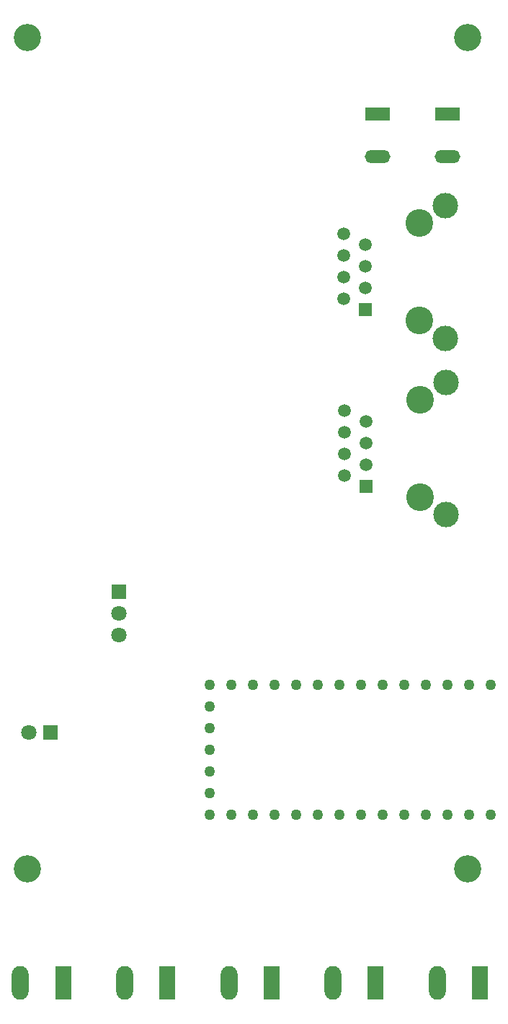
<source format=gbs>
G04 #@! TF.GenerationSoftware,KiCad,Pcbnew,8.0.0*
G04 #@! TF.CreationDate,2024-08-30T13:19:30-05:00*
G04 #@! TF.ProjectId,Rain and Switches Control Board,5261696e-2061-46e6-9420-537769746368,rev?*
G04 #@! TF.SameCoordinates,Original*
G04 #@! TF.FileFunction,Soldermask,Bot*
G04 #@! TF.FilePolarity,Negative*
%FSLAX46Y46*%
G04 Gerber Fmt 4.6, Leading zero omitted, Abs format (unit mm)*
G04 Created by KiCad (PCBNEW 8.0.0) date 2024-08-30 13:19:30*
%MOMM*%
%LPD*%
G01*
G04 APERTURE LIST*
%ADD10C,3.200000*%
%ADD11R,1.800000X1.800000*%
%ADD12C,1.800000*%
%ADD13R,1.980000X3.960000*%
%ADD14O,1.980000X3.960000*%
%ADD15C,3.250000*%
%ADD16R,1.500000X1.500000*%
%ADD17C,1.500000*%
%ADD18C,3.000000*%
%ADD19R,3.000000X1.500000*%
%ADD20O,3.000000X1.500000*%
%ADD21C,1.265000*%
G04 APERTURE END LIST*
D10*
X129500000Y-125890000D03*
X129500000Y-28390000D03*
X181200000Y-125890000D03*
X181200000Y-28390000D03*
D11*
X140180000Y-93350000D03*
D12*
X140180000Y-95890000D03*
X140180000Y-98430000D03*
D13*
X158140000Y-139250000D03*
D14*
X153140000Y-139250000D03*
D15*
X175620000Y-82270000D03*
X175620000Y-70840000D03*
D16*
X169270000Y-81000000D03*
D17*
X166730000Y-79730000D03*
X169270000Y-78460000D03*
X166730000Y-77190000D03*
X169270000Y-75920000D03*
X166730000Y-74650000D03*
X169270000Y-73380000D03*
X166730000Y-72110000D03*
D18*
X178670000Y-84325000D03*
X178670000Y-68785000D03*
D11*
X132210000Y-109890000D03*
D12*
X129670000Y-109890000D03*
D19*
X178800000Y-37285000D03*
X170600000Y-37285000D03*
D20*
X178800000Y-42285000D03*
X170600000Y-42285000D03*
D13*
X182620000Y-139250000D03*
D14*
X177620000Y-139250000D03*
D15*
X175515000Y-61565000D03*
X175515000Y-50135000D03*
D16*
X169165000Y-60295000D03*
D17*
X166625000Y-59025000D03*
X169165000Y-57755000D03*
X166625000Y-56485000D03*
X169165000Y-55215000D03*
X166625000Y-53945000D03*
X169165000Y-52675000D03*
X166625000Y-51405000D03*
D18*
X178565000Y-63620000D03*
X178565000Y-48080000D03*
D21*
X183915000Y-104265000D03*
X181375000Y-104265000D03*
X178835000Y-104265000D03*
X176295000Y-104265000D03*
X173755000Y-104265000D03*
X171215000Y-104265000D03*
X168675000Y-104265000D03*
X166135000Y-104265000D03*
X163595000Y-104265000D03*
X161055000Y-104265000D03*
X158515000Y-104265000D03*
X155975000Y-104265000D03*
X153435000Y-104265000D03*
X150895000Y-104265000D03*
X150895000Y-106805000D03*
X150895000Y-109345000D03*
X150895000Y-111885000D03*
X150895000Y-114425000D03*
X150895000Y-116965000D03*
X150895000Y-119505000D03*
X153435000Y-119505000D03*
X155975000Y-119505000D03*
X158515000Y-119505000D03*
X161055000Y-119505000D03*
X163595000Y-119505000D03*
X166135000Y-119505000D03*
X168675000Y-119505000D03*
X171215000Y-119505000D03*
X173755000Y-119505000D03*
X176295000Y-119505000D03*
X178835000Y-119505000D03*
X181375000Y-119505000D03*
X183915000Y-119505000D03*
D13*
X133660000Y-139250000D03*
D14*
X128660000Y-139250000D03*
D13*
X145900000Y-139250000D03*
D14*
X140900000Y-139250000D03*
D13*
X170380000Y-139250000D03*
D14*
X165380000Y-139250000D03*
M02*

</source>
